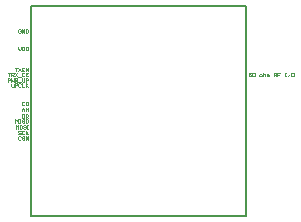
<source format=gm1>
%FSLAX24Y24*%
%MOIN*%
G70*
G01*
G75*
G04 Layer_Color=16711935*
%ADD10R,0.0300X0.0300*%
%ADD11O,0.0118X0.0354*%
%ADD12O,0.0354X0.0118*%
%ADD13R,0.0551X0.0453*%
%ADD14C,0.0300*%
%ADD15C,0.0080*%
%ADD16C,0.0060*%
%ADD17C,0.0070*%
%ADD18C,0.0100*%
%ADD19C,0.0110*%
%ADD20C,0.0200*%
%ADD21C,0.0360*%
%ADD22C,0.0050*%
%ADD23C,0.0043*%
%ADD24R,0.0380X0.0380*%
%ADD25O,0.0198X0.0434*%
%ADD26O,0.0434X0.0198*%
%ADD27R,0.0631X0.0533*%
%ADD28C,0.0440*%
%ADD29C,0.0030*%
D22*
X0Y0D02*
Y7000D01*
X7150D01*
Y0D02*
Y7000D01*
X0Y0D02*
X7150D01*
D29*
X-340Y2630D02*
X-360Y2650D01*
X-400D01*
X-420Y2630D01*
Y2550D01*
X-400Y2530D01*
X-360D01*
X-340Y2550D01*
X-220Y2630D02*
X-240Y2650D01*
X-280D01*
X-300Y2630D01*
Y2610D01*
X-280Y2590D01*
X-240D01*
X-220Y2570D01*
Y2550D01*
X-240Y2530D01*
X-280D01*
X-300Y2550D01*
X-180Y2530D02*
Y2650D01*
X-100Y2530D01*
Y2650D01*
X-340Y2820D02*
X-360Y2840D01*
X-400D01*
X-420Y2820D01*
Y2800D01*
X-400Y2780D01*
X-360D01*
X-340Y2760D01*
Y2740D01*
X-360Y2720D01*
X-400D01*
X-420Y2740D01*
X-220Y2820D02*
X-240Y2840D01*
X-280D01*
X-300Y2820D01*
Y2740D01*
X-280Y2720D01*
X-240D01*
X-220Y2740D01*
X-180Y2840D02*
Y2720D01*
Y2760D01*
X-100Y2840D01*
X-160Y2780D01*
X-100Y2720D01*
X-500Y2910D02*
Y3030D01*
X-460Y2990D01*
X-420Y3030D01*
Y2910D01*
X-320Y3030D02*
X-360D01*
X-380Y3010D01*
Y2930D01*
X-360Y2910D01*
X-320D01*
X-300Y2930D01*
Y3010D01*
X-320Y3030D01*
X-180Y3010D02*
X-200Y3030D01*
X-240D01*
X-260Y3010D01*
Y2990D01*
X-240Y2970D01*
X-200D01*
X-180Y2950D01*
Y2930D01*
X-200Y2910D01*
X-240D01*
X-260Y2930D01*
X-140Y3030D02*
X-100D01*
X-120D01*
Y2910D01*
X-140D01*
X-100D01*
X-520Y3100D02*
Y3220D01*
X-480Y3180D01*
X-440Y3220D01*
Y3100D01*
X-400Y3220D02*
X-360D01*
X-380D01*
Y3100D01*
X-400D01*
X-360D01*
X-220Y3200D02*
X-240Y3220D01*
X-280D01*
X-300Y3200D01*
Y3180D01*
X-280Y3160D01*
X-240D01*
X-220Y3140D01*
Y3120D01*
X-240Y3100D01*
X-280D01*
X-300Y3120D01*
X-120Y3220D02*
X-160D01*
X-180Y3200D01*
Y3120D01*
X-160Y3100D01*
X-120D01*
X-100Y3120D01*
Y3200D01*
X-120Y3220D01*
X-300Y3390D02*
Y3270D01*
X-240D01*
X-220Y3290D01*
Y3370D01*
X-240Y3390D01*
X-300D01*
X-180Y3270D02*
Y3390D01*
X-120D01*
X-100Y3370D01*
Y3330D01*
X-120Y3310D01*
X-180D01*
X-140D02*
X-100Y3270D01*
X-300Y3490D02*
Y3570D01*
X-260Y3610D01*
X-220Y3570D01*
Y3490D01*
Y3550D01*
X-300D01*
X-180Y3490D02*
Y3610D01*
X-140Y3570D01*
X-100Y3610D01*
Y3490D01*
X-220Y3790D02*
X-240Y3810D01*
X-280D01*
X-300Y3790D01*
Y3710D01*
X-280Y3690D01*
X-240D01*
X-220Y3710D01*
X-180Y3810D02*
Y3690D01*
X-120D01*
X-100Y3710D01*
Y3790D01*
X-120Y3810D01*
X-180D01*
X-660Y4390D02*
Y4330D01*
X-640Y4310D01*
X-580D01*
Y4390D01*
X-540Y4310D02*
Y4430D01*
X-480D01*
X-460Y4410D01*
Y4370D01*
X-480Y4350D01*
X-540D01*
X-340Y4410D02*
X-360Y4430D01*
X-400D01*
X-420Y4410D01*
Y4330D01*
X-400Y4310D01*
X-360D01*
X-340Y4330D01*
X-300Y4430D02*
Y4310D01*
X-220D01*
X-180Y4430D02*
Y4310D01*
Y4350D01*
X-100Y4430D01*
X-160Y4370D01*
X-100Y4310D01*
X-780Y4480D02*
Y4600D01*
X-720D01*
X-700Y4580D01*
Y4540D01*
X-720Y4520D01*
X-780D01*
X-660Y4600D02*
Y4480D01*
X-620Y4520D01*
X-580Y4480D01*
Y4600D01*
X-540Y4480D02*
Y4600D01*
X-480D01*
X-460Y4580D01*
Y4540D01*
X-480Y4520D01*
X-540D01*
X-500D02*
X-460Y4480D01*
X-420Y4460D02*
X-340D01*
X-300Y4600D02*
Y4500D01*
X-280Y4480D01*
X-240D01*
X-220Y4500D01*
Y4600D01*
X-180Y4480D02*
Y4600D01*
X-120D01*
X-100Y4580D01*
Y4540D01*
X-120Y4520D01*
X-180D01*
X-780Y4780D02*
X-700D01*
X-740D01*
Y4660D01*
X-660D02*
Y4780D01*
X-600D01*
X-580Y4760D01*
Y4720D01*
X-600Y4700D01*
X-660D01*
X-620D02*
X-580Y4660D01*
X-540Y4780D02*
X-460Y4660D01*
Y4780D02*
X-540Y4660D01*
X-420Y4640D02*
X-340D01*
X-220Y4760D02*
X-240Y4780D01*
X-280D01*
X-300Y4760D01*
Y4680D01*
X-280Y4660D01*
X-240D01*
X-220Y4680D01*
X-100Y4780D02*
X-180D01*
Y4660D01*
X-100D01*
X-180Y4720D02*
X-140D01*
X-540Y4940D02*
X-460D01*
X-500D01*
Y4820D01*
X-420Y4940D02*
X-340Y4820D01*
Y4940D02*
X-420Y4820D01*
X-220Y4940D02*
X-300D01*
Y4820D01*
X-220D01*
X-300Y4880D02*
X-260D01*
X-180Y4820D02*
Y4940D01*
X-100Y4820D01*
Y4940D01*
X-420Y5640D02*
Y5560D01*
X-380Y5520D01*
X-340Y5560D01*
Y5640D01*
X-300D02*
Y5520D01*
X-240D01*
X-220Y5540D01*
Y5620D01*
X-240Y5640D01*
X-300D01*
X-180D02*
Y5520D01*
X-120D01*
X-100Y5540D01*
Y5620D01*
X-120Y5640D01*
X-180D01*
X-340Y6200D02*
X-360Y6220D01*
X-400D01*
X-420Y6200D01*
Y6120D01*
X-400Y6100D01*
X-360D01*
X-340Y6120D01*
Y6160D01*
X-380D01*
X-300Y6100D02*
Y6220D01*
X-220Y6100D01*
Y6220D01*
X-180D02*
Y6100D01*
X-120D01*
X-100Y6120D01*
Y6200D01*
X-120Y6220D01*
X-180D01*
X7330Y4770D02*
X7250D01*
Y4710D01*
X7290Y4730D01*
X7310D01*
X7330Y4710D01*
Y4670D01*
X7310Y4650D01*
X7270D01*
X7250Y4670D01*
X7370Y4750D02*
X7390Y4770D01*
X7430D01*
X7450Y4750D01*
Y4670D01*
X7430Y4650D01*
X7390D01*
X7370Y4670D01*
Y4750D01*
X7630Y4650D02*
X7670D01*
X7690Y4670D01*
Y4710D01*
X7670Y4730D01*
X7630D01*
X7610Y4710D01*
Y4670D01*
X7630Y4650D01*
X7730Y4770D02*
Y4650D01*
Y4710D01*
X7750Y4730D01*
X7790D01*
X7810Y4710D01*
Y4650D01*
X7850D02*
Y4730D01*
X7870D01*
X7890Y4710D01*
Y4650D01*
Y4710D01*
X7910Y4730D01*
X7930Y4710D01*
Y4650D01*
X8090D02*
Y4770D01*
X8150D01*
X8170Y4750D01*
Y4710D01*
X8150Y4690D01*
X8090D01*
X8130D02*
X8170Y4650D01*
X8290Y4770D02*
X8210D01*
Y4710D01*
X8250D01*
X8210D01*
Y4650D01*
X8450Y4770D02*
X8490D01*
X8470D01*
Y4650D01*
X8450D01*
X8490D01*
X8550D02*
X8630Y4730D01*
X8730Y4770D02*
X8690D01*
X8670Y4750D01*
Y4670D01*
X8690Y4650D01*
X8730D01*
X8750Y4670D01*
Y4750D01*
X8730Y4770D01*
M02*

</source>
